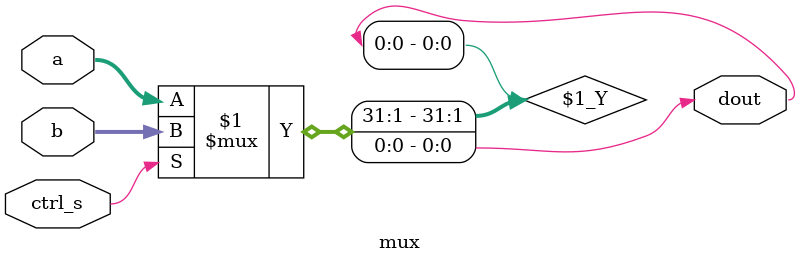
<source format=v>
module mux #(parameter WIDTH = 32) (a, b, ctrl_s, dout);
	input 	[WIDTH - 1:0] 	a;
	input 	[WIDTH - 1:0] 	b;
	input 		ctrl_s;

	output 		dout;

	assign dout = ctrl_s? b: a;

endmodule // Multiplexer;

</source>
